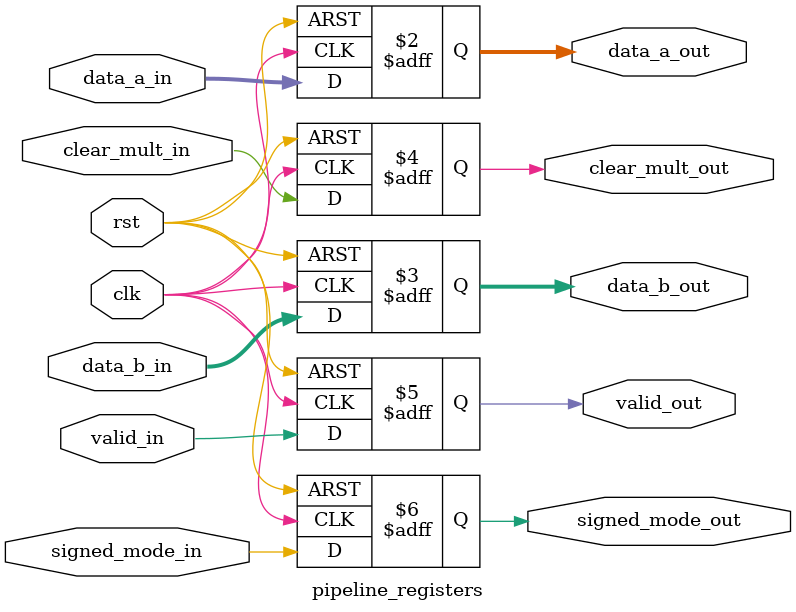
<source format=v>
module pipeline_registers (
    input wire clk,
    input wire rst,
    input wire [7:0] data_a_in,
    input wire [7:0] data_b_in,
    input wire clear_mult_in,
    input wire valid_in,
    input wire signed_mode_in,
    
    output reg [7:0] data_a_out,
    output reg [7:0] data_b_out,
    output reg clear_mult_out,
    output reg valid_out,
    output reg signed_mode_out
);

    always @(posedge clk or posedge rst) begin
        if (rst) begin
            data_a_out <= 8'b0;
            data_b_out <= 8'b0;
            clear_mult_out <= 1'b0;
            valid_out <= 1'b0;
            signed_mode_out <= 1'b0;
        end else begin
            data_a_out <= data_a_in;
            data_b_out <= data_b_in;
            clear_mult_out <= clear_mult_in;
            valid_out <= valid_in;
            signed_mode_out <= signed_mode_in;
        end
    end

endmodule 
</source>
